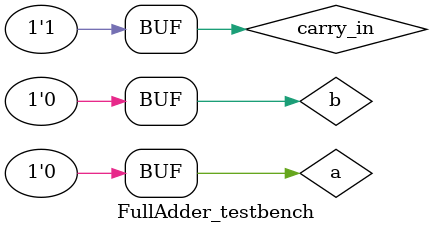
<source format=sv>

module FullAdder(input a, input b, input carry_in,output result, output carry_out);

assign result = carry_in^(a^b);
assign carry_out=a&b|b&carry_in|carry_in&a;



endmodule
module FullAdder_testbench();
reg a;
reg b;
reg carry_in;
reg result;
reg carry_out;

FullAdder test(a,b,carry_in,result,carry_out);
initial begin
a=0;
b=0;
carry_in=0;
#10;
a=1;#10;
b=1;#10;
a=0;#10;
carry_in=1;#10;
a=1;#10;
b=0;#10;
a=0;#10;


end






endmodule

</source>
